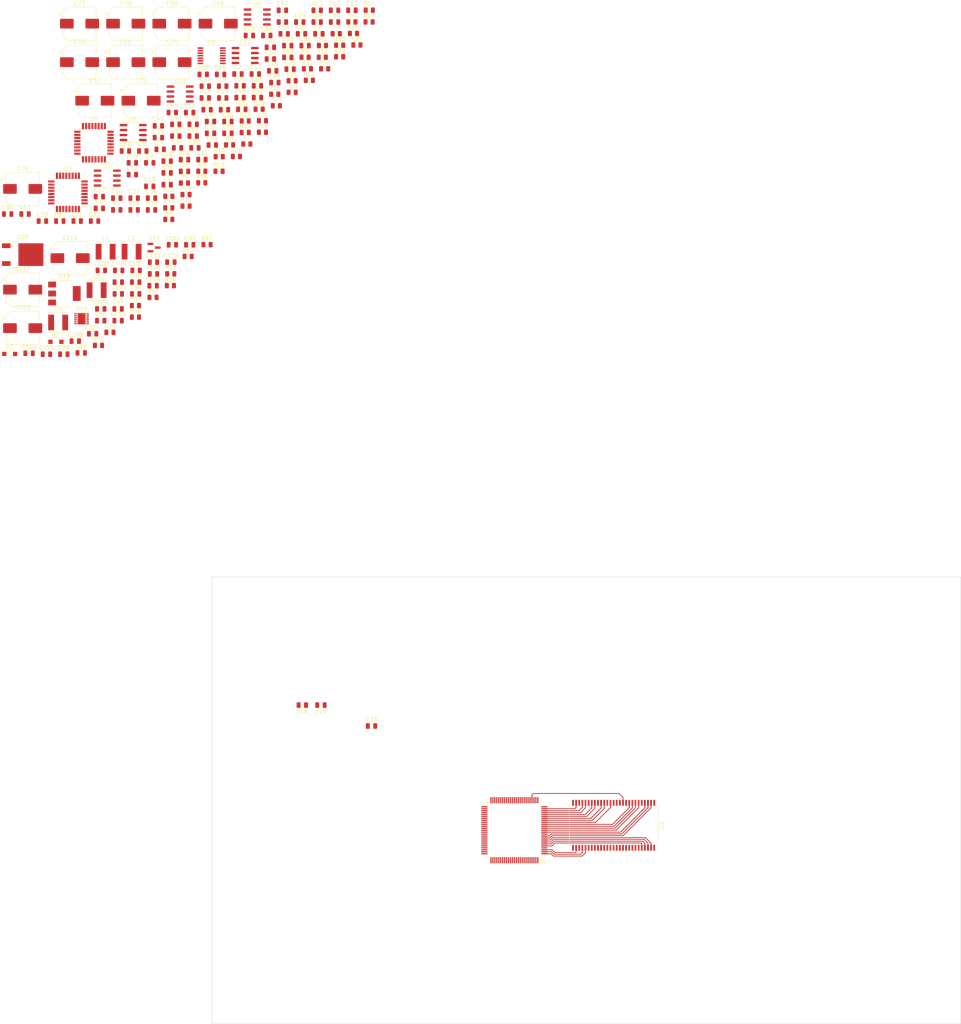
<source format=kicad_pcb>
(kicad_pcb (version 20211014) (generator pcbnew)
  (layers (0 "F.Cu" signal) (1 "In1.Cu" signal) (2 "In2.Cu" signal) (31 "B.Cu" signal) (34 "B.Paste" user) (35 "F.Paste" user) (36 "B.SilkS" user "B.Silkscreen") (37 "F.SilkS" user "F.Silkscreen") (38 "B.Mask" user) (39 "F.Mask" user) (44 "Edge.Cuts" user))
  (net 0 "")
  (net 1 "+3V3")
  (net 2 "GND")
  (net 3 "Net-(C7-Pad1)")
  (net 4 "Net-(C8-Pad1)")
  (net 5 "Net-(C9-Pad2)")
  (net 6 "Net-(C10-Pad2)")
  (net 7 "Net-(C11-Pad2)")
  (net 8 "Net-(C12-Pad2)")
  (net 9 "+1V2")
  (net 10 "SW_StartPause")
  (net 11 "SW_Stop")
  (net 12 "+5VA")
  (net 13 "Net-(C31-Pad1)")
  (net 14 "Net-(C31-Pad2)")
  (net 15 "SW_Reverse")
  (net 16 "SW_Restart")
  (net 17 "Net-(C34-Pad2)")
  (net 18 "Net-(C42-Pad1)")
  (net 19 "Net-(C42-Pad2)")
  (net 20 "Net-(C44-Pad1)")
  (net 21 "SW_LoopIn")
  (net 22 "SW_LoopOut")
  (net 23 "ADC_LIN")
  (net 24 "Net-(C50-Pad2)")
  (net 25 "ADC_RIN")
  (net 26 "Net-(C51-Pad2)")
  (net 27 "Net-(C52-Pad1)")
  (net 28 "Net-(C52-Pad2)")
  (net 29 "SW_LoopInc")
  (net 30 "SW_LoopDec")
  (net 31 "Net-(C56-Pad1)")
  (net 32 "Net-(C57-Pad1)")
  (net 33 "Net-(C57-Pad2)")
  (net 34 "+12V")
  (net 35 "-12V")
  (net 36 "XIN")
  (net 37 "XOUT")
  (net 38 "Net-(C68-Pad1)")
  (net 39 "Net-(C69-Pad1)")
  (net 40 "Net-(C70-Pad2)")
  (net 41 "Net-(C71-Pad1)")
  (net 42 "Net-(C72-Pad2)")
  (net 43 "Net-(C73-Pad1)")
  (net 44 "Net-(C74-Pad2)")
  (net 45 "Net-(C75-Pad2)")
  (net 46 "Net-(C76-Pad2)")
  (net 47 "Net-(C77-Pad2)")
  (net 48 "Net-(C78-Pad2)")
  (net 49 "Net-(C79-Pad2)")
  (net 50 "Net-(C80-Pad1)")
  (net 51 "LOUT")
  (net 52 "Net-(C81-Pad1)")
  (net 53 "ROUT")
  (net 54 "Net-(C82-Pad1)")
  (net 55 "Net-(C83-Pad1)")
  (net 56 "Net-(C92-Pad1)")
  (net 57 "VBUS")
  (net 58 "Net-(C95-Pad1)")
  (net 59 "Net-(C95-Pad2)")
  (net 60 "Net-(C96-Pad1)")
  (net 61 "Net-(C96-Pad2)")
  (net 62 "IN")
  (net 63 "Net-(C100-Pad1)")
  (net 64 "Net-(C101-Pad1)")
  (net 65 "+5V")
  (net 66 "Net-(D2-Pad1)")
  (net 67 "Net-(D2-Pad2)")
  (net 68 "Net-(D3-Pad1)")
  (net 69 "Net-(D3-Pad2)")
  (net 70 "Net-(R1-Pad1)")
  (net 71 "LAUX_OUT")
  (net 72 "Net-(R3-Pad1)")
  (net 73 "RAUX_OUT")
  (net 74 "Net-(R8-Pad1)")
  (net 75 "Net-(R9-Pad1)")
  (net 76 "Net-(J3-PadT)")
  (net 77 "Net-(J3-PadR)")
  (net 78 "Net-(J4-PadT)")
  (net 79 "Net-(J4-PadR)")
  (net 80 "Net-(J5-PadT)")
  (net 81 "Net-(J5-PadR)")
  (net 82 "EN")
  (net 83 "Net-(D4-Pad2)")
  (net 84 "Net-(D5-Pad2)")
  (net 85 "/DQ0")
  (net 86 "/DQ1")
  (net 87 "/DQ9")
  (net 88 "/DQ10")
  (net 89 "/DQ2")
  (net 90 "/DQ11")
  (net 91 "/DQ15")
  (net 92 "/DQ13")
  (net 93 "/DQ12")
  (net 94 "/DQ14")
  (net 95 "/DQ3")
  (net 96 "/DQ4")
  (net 97 "/DQ5")
  (net 98 "/DQ6")
  (net 99 "/DQ7")
  (net 100 "/DQ8")
  (net 101 "/RAS")
  (net 102 "/CAS")
  (net 103 "/WE")
  (net 104 "/LDQM")
  (net 105 "/UDQM")
  (net 106 "/CLK")
  (net 107 "ADC_CH_SCK")
  (net 108 "4C4_JTAG_TDI")
  (net 109 "4C4_JTAG_TCK")
  (net 110 "4C4_JTAG_TMS")
  (net 111 "4C4_JTAG_TDO")
  (net 119 "RESET")
  (net 120 "DAC_CH_SCK")
  (net 121 "DAC_CH_MOSI")
  (net 122 "DAC_CH_MISO")
  (net 123 "DAC_CH_CS_0")
  (net 124 "/CS")
  (net 125 "/BA1")
  (net 126 "/BA0")
  (net 127 "ADC_CH_MISO")
  (net 128 "/A0")
  (net 129 "/A10")
  (net 130 "/A11")
  (net 131 "/A12")
  (net 132 "/A2")
  (net 133 "/A3")
  (net 134 "/A4")
  (net 135 "/A5")
  (net 136 "/A6")
  (net 137 "/A7")
  (net 138 "/A8")
  (net 139 "/A9")
  (net 141 "ADC_CH_CS_0")
  (net 142 "/A1")
  (net 143 "/CKE")
  (net 148 "ADC_CH_MOSI")
  (net 151 "ADC_CH_CS_1")
  (net 152 "ADC_CH_CS_2")
  (net 153 "ADC_CH_CS_3")
  (net 154 "ADC_CH_CS_4")
  (net 155 "ADC_I2S_SD")
  (net 156 "ADC_I2S_MCK")
  (net 157 "ADC_I2S_SCK")
  (net 158 "ADC_I2S_FS")
  (net 160 "ADC_SPI_CS")
  (net 161 "ADC_SPI_SCK")
  (net 162 "ADC_SPI_MOSI")
  (net 168 "~{RESET}")
  (net 170 "ADC_JTAG_TCK")
  (net 171 "ADC_JTAG_TMS")
  (net 176 "DAC_I2S_SD")
  (net 177 "DAC_I2S_MCK")
  (net 178 "DAC_I2S_SCK")
  (net 179 "DAC_I2S_FS")
  (net 181 "DAC_SPI_CS")
  (net 182 "DAC_SPI_SCK")
  (net 183 "DAC_SPI_MOSI")
  (net 190 "DAC_JTAG_TCK")
  (net 191 "DAC_JTAG_TMS")
  (net 192 "DAC_LOUT")
  (net 193 "DAC_ROUT")
  (footprint "Resistor_SMD:R_0805_2012Metric" (layer "F.Cu") (at 101.71 -97.03)
    (fp_text reference "R2")
    (fp_text value "10K")
  )
  (footprint "Capacitor_SMD:C_0805_2012Metric" (layer "F.Cu") (at 96.83 -103.02)
    (fp_text reference "C13")
    (fp_text value "10uF")
  )
  (footprint "Capacitor_SMD:CP_Elec_8x10" (layer "F.Cu") (at 21.425 -21.73)
    (fp_text reference "C103")
    (fp_text value "220uF")
  )
  (footprint "Capacitor_SMD:C_0805_2012Metric" (layer "F.Cu") (at 96.83 -100.01)
    (fp_text reference "C69")
    (fp_text value "100pF")
  )
  (footprint "Diode_SMD:D_SOD-123F" (layer "F.Cu") (at 18.125 -15.13)
    (fp_text reference "D3")
    (fp_text value "?")
  )
  (footprint "Capacitor_SMD:C_0805_2012Metric" (layer "F.Cu") (at 58.42 -61.43)
    (fp_text reference "C38")
    (fp_text value "1uF")
  )
  (footprint "Resistor_SMD:R_0805_2012Metric" (layer "F.Cu") (at 58.85 -52.49)
    (fp_text reference "R33")
    (fp_text value "10K")
  )
  (footprint "Capacitor_SMD:C_0805_2012Metric" (layer "F.Cu") (at 61.08 -67.84)
    (fp_text reference "C47")
    (fp_text value "0.1uF")
  )
  (footprint "Resistor_SMD:R_0805_2012Metric" (layer "F.Cu") (at 82.82 -71.82)
    (fp_text reference "R29")
    (fp_text value "10K")
  )
  (footprint "Capacitor_SMD:C_0805_2012Metric" (layer "F.Cu") (at 97.79 74.676)
    (fp_text reference "C15")
    (fp_text value "10uF")
  )
  (footprint "Capacitor_SMD:C_0805_2012Metric" (layer "F.Cu") (at 49.52 -61)
    (fp_text reference "C11")
    (fp_text value "C")
  )
  (footprint "Capacitor_SMD:C_0805_2012Metric" (layer "F.Cu") (at 110.744 80.01)
    (fp_text reference "C23")
    (fp_text value "10uF")
  )
  (footprint "Package_TO_SOT_SMD:SOT-223-3_TabPin2" (layer "F.Cu") (at 32.12 -30.58)
    (fp_text reference "U19")
    (fp_text value "AP7361C-33E")
  )
  (footprint "Capacitor_SMD:C_0805_2012Metric" (layer "F.Cu") (at 87.93 -100.01)
    (fp_text reference "C3")
    (fp_text value "0.1uF")
  )
  (footprint "Capacitor_SMD:C_0805_2012Metric" (layer "F.Cu") (at 53.97 -57.99)
    (fp_text reference "C19")
    (fp_text value "0.1uF")
  )
  (footprint "Capacitor_SMD:CP_Elec_8x10" (layer "F.Cu") (at 71.485 -99.6)
    (fp_text reference "C42")
    (fp_text value "220uF")
  )
  (footprint "Capacitor_SMD:CP_Elec_8x10" (layer "F.Cu") (at 47.825 -99.6)
    (fp_text reference "C79")
    (fp_text value "220uF")
  )
  (footprint "Resistor_SMD:R_0805_2012Metric" (layer "F.Cu") (at 102.59 -91.13)
    (fp_text reference "R25")
    (fp_text value "100K")
  )
  (footprint "Inductor_SMD:L_Taiyo-Yuden_NR-50xx" (layer "F.Cu") (at 42.67 -41.28)
    (fp_text reference "L1")
    (fp_text value "50uH")
  )
  (footprint "Capacitor_SMD:C_0805_2012Metric" (layer "F.Cu") (at 41.07 -55.37)
    (fp_text reference "C17")
    (fp_text value "0.1uF")
  )
  (footprint "Capacitor_SMD:C_0805_2012Metric" (layer "F.Cu") (at 45.92 -30.48)
    (fp_text reference "C115")
    (fp_text value "10uF")
  )
  (footprint "Capacitor_SMD:C_0805_2012Metric" (layer "F.Cu") (at 56.18 -70.46)
    (fp_text reference "C73")
    (fp_text value "100pF")
  )
  (footprint "Capacitor_SMD:C_0805_2012Metric" (layer "F.Cu") (at 79.48 -96.57)
    (fp_text reference "C28")
    (fp_text value "0.1uF")
  )
  (footprint "Resistor_SMD:R_0805_2012Metric" (layer "F.Cu") (at 98.74 -88.06)
    (fp_text reference "R32")
    (fp_text value "10K")
  )
  (footprint "Inductor_SMD:L_Taiyo-Yuden_NR-50xx" (layer "F.Cu") (at 30.52 -23.18)
    (fp_text reference "L4")
    (fp_text value "L")
  )
  (footprint "Capacitor_SMD:C_0805_2012Metric" (layer "F.Cu") (at 93.75 -93.99)
    (fp_text reference "C56")
    (fp_text value "10uF")
  )
  (footprint "Capacitor_SMD:C_0805_2012Metric" (layer "F.Cu") (at 72.64 -80.6)
    (fp_text reference "C64")
    (fp_text value "10uF")
  )
  (footprint "Resistor_SMD:R_0805_2012Metric" (layer "F.Cu") (at 67.3 -58.9)
    (fp_text reference "R36")
    (fp_text value "10K")
  )
  (footprint "Package_TO_SOT_SMD:TO-252-2" (layer "F.Cu") (at 21.44 -40.53)
    (fp_text reference "U18")
    (fp_text value "?")
  )
  (footprint "Resistor_SMD:R_0805_2012Metric" (layer "F.Cu") (at 93.73 -91.01)
    (fp_text reference "R5")
    (fp_text value "10K")
  )
  (footprint "Capacitor_SMD:C_0805_2012Metric" (layer "F.Cu") (at 17.59 -50.91)
    (fp_text reference "C86")
    (fp_text value "10uF")
  )
  (footprint "Resistor_SMD:R_0805_2012Metric" (layer "F.Cu") (at 63.8 -40.07)
    (fp_text reference "R45")
    (fp_text value "1K")
  )
  (footprint "Resistor_SMD:R_0805_2012Metric" (layer "F.Cu") (at 67.3 -61.85)
    (fp_text reference "R3")
    (fp_text value "10K")
  )
  (footprint "Capacitor_SMD:C_0805_2012Metric" (layer "F.Cu") (at 59.74 -76.87)
    (fp_text reference "C84")
    (fp_text value "10uF")
  )
  (footprint "Capacitor_SMD:C_0805_2012Metric" (layer "F.Cu") (at 54.82 -32.58)
    (fp_text reference "C109")
    (fp_text value "0.1uF")
  )
  (footprint "Diode_SMD:D_SOD-123F" (layer "F.Cu") (at 29.955 -18.23)
    (fp_text reference "D2")
    (fp_text value "?")
  )
  (footprint "Capacitor_SMD:C_0805_2012Metric" (layer "F.Cu") (at 81.54 -80.7)
    (fp_text reference "C37")
    (fp_text value "10uF")
  )
  (footprint "Capacitor_SMD:C_0805_2012Metric" (layer "F.Cu") (at 73.09 -77.59)
    (fp_text reference "C7")
    (fp_text value "1uF")
  )
  (footprint "Capacitor_SMD:C_0805_2012Metric" (layer "F.Cu") (at 39.84 -49.11)
    (fp_text reference "C31")
    (fp_text value "100pF")
  )
  (footprint "Capacitor_SMD:C_0805_2012Metric" (layer "F.Cu") (at 65.08 -70.85)
    (fp_text reference "C63")
    (fp_text value "14pF")
  )
  (footprint "Capacitor_SMD:C_0805_2012Metric" (layer "F.Cu") (at 101.28 -103.02)
    (fp_text reference "C88")
    (fp_text value "0.1uF")
  )
  (footprint "Capacitor_SMD:C_0805_2012Metric" (layer "F.Cu") (at 26.49 -49.11)
    (fp_text reference "C39")
    (fp_text value "0.1uF")
  )
  (footprint "Capacitor_SMD:CP_Elec_8x10" (layer "F.Cu") (at 33.575 -39.63)
    (fp_text reference "C116")
    (fp_text value "220uF")
  )
  (footprint "Resistor_SMD:R_0805_2012Metric" (layer "F.Cu") (at 105.71 -100.04)
    (fp_text reference "R4")
    (fp_text value "10K")
  )
  (footprint "Capacitor_SMD:C_0805_2012Metric" (layer "F.Cu") (at 45.52 -54.98)
    (fp_text reference "C46")
    (fp_text value "0.1uF")
  )
  (footprint "Capacitor_SMD:C_0805_2012Metric" (layer "F.Cu") (at 52.18 -67.02)
    (fp_text reference "C35")
    (fp_text value "0.1uF")
  )
  (footprint "Capacitor_SMD:C_0805_2012Metric" (layer "F.Cu") (at 81 -86.72)
    (fp_text reference "C33")
    (fp_text value "0.1uF")
  )
  (footprint "Capacitor_SMD:C_0805_2012Metric" (layer "F.Cu") (at 53.97 -64.01)
    (fp_text reference "C9")
    (fp_text value "C")
  )
  (footprint "Capacitor_SMD:C_0805_2012Metric" (layer "F.Cu") (at 67.32 -64.83)
    (fp_text reference "C72")
    (fp_text value "100pF")
  )
  (footprint "Capacitor_SMD:C_0805_2012Metric" (layer "F.Cu") (at 39.35 -20.3)
    (fp_text reference "C114")
    (fp_text value "10uF")
  )
  (footprint "Resistor_SMD:R_0805_2012Metric" (layer "F.Cu") (at 50.3 -27.5)
    (fp_text reference "R37")
    (fp_text value "124K")
  )
  (footprint "Resistor_SMD:R_0805_2012Metric" (layer "F.Cu") (at 76.16 -65.64)
    (fp_text reference "R28")
    (fp_text value "100K")
  )
  (footprint "Package_TO_SOT_SMD:SOT-23" (layer "F.Cu") (at 55.09 -42.33)
    (fp_text reference "U17")
    (fp_text value "?")
  )
  (footprint "Capacitor_SMD:C_0805_2012Metric" (layer "F.Cu") (at 68.19 -83.61)
    (fp_text reference "C53")
    (fp_text value "0.1uF")
  )
  (footprint "Capacitor_SMD:C_0805_2012Metric" (layer "F.Cu") (at 60.63 -70.85)
    (fp_text reference "C65")
    (fp_text value "10uF")
  )
  (footprint "Capacitor_SMD:CP_Elec_8x10" (layer "F.Cu") (at 59.655 -89.75)
    (fp_text reference "C74")
    (fp_text value "220uF")
  )
  (footprint "Package_QFP:TQFP-32_7x7mm_P0.8mm" (layer "F.Cu") (at 39.68 -69.15)
    (fp_text reference "U4")
    (fp_text value "ATSAMD21E17D-A")
  )
  (footprint "Capacitor_SMD:C_0805_2012Metric" (layer "F.Cu") (at 58.42 -64.44)
    (fp_text reference "C29")
    (fp_text value "0.1uF")
  )
  (footprint "Capacitor_SMD:C_0805_2012Metric" (layer "F.Cu") (at 64.19 -76.87)
    (fp_text reference "C12")
    (fp_text value "C")
  )
  (footprint "Capacitor_SMD:C_0805_2012Metric" (layer "F.Cu") (at 77.09 -83.71)
    (fp_text reference "C22")
    (fp_text value "0.1uF")
  )
  (footprint "Resistor_SMD:R_0805_2012Metric" (layer "F.Cu") (at 94.83 -85.11)
    (fp_text reference "R12")
    (fp_text value "1K")
  )
  (footprint "Capacitor_SMD:C_0805_2012Metric" (layer "F.Cu") (at 69.53 -71.57)
    (fp_text reference "C71")
    (fp_text value "100pF")
  )
  (footprint "Resistor_SMD:R_0805_2012Metric" (layer "F.Cu") (at 82.82 -74.77)
    (fp_text reference "R34")
    (fp_text value "10K")
  )
  (footprint "Capacitor_SMD:C_0805_2012Metric" (layer "F.Cu") (at 68.64 -77.59)
    (fp_text reference "C34")
    (fp_text value "10uF")
  )
  (footprint "Resistor_SMD:R_0805_2012Metric" (layer "F.Cu") (at 90.42 -82.04)
    (fp_text reference "R20")
    (fp_text value "100R")
  )
  (footprint "Capacitor_SMD:C_0805_2012Metric" (layer "F.Cu") (at 45.52 -51.97)
    (fp_text reference "C5")
    (fp_text value "0.1uF")
  )
  (footprint "Resistor_SMD:R_0805_2012Metric" (layer "F.Cu") (at 58.85 -55.44)
    (fp_text reference "R22")
    (fp_text value "220K")
  )
  (footprint "Capacitor_SMD:C_0805_2012Metric" (layer "F.Cu") (at 88.38 -97)
    (fp_text reference "C54")
    (fp_text value "0.1uF")
  )
  (footprint "Capacitor_SMD:C_0805_2012Metric" (layer "F.Cu") (at 69.98 -68.56)
    (fp_text reference "C44")
    (fp_text value "10uF")
  )
  (footprint "Capacitor_SMD:C_0805_2012Metric" (layer "F.Cu") (at 54.42 -51.97)
    (fp_text reference "C40")
    (fp_text value "0.1uF")
  )
  (footprint "Resistor_SMD:R_0805_2012Metric" (layer "F.Cu") (at 98.18 -94.02)
    (fp_text reference "R1")
    (fp_text value "10K")
  )
  (footprint "Package_SO:SOIC-8_3.9x4.9mm_P1.27mm" (layer "F.Cu") (at 78.4 -91.45)
    (fp_text reference "U12")
    (fp_text value "NE5532")
  )
  (footprint "Capacitor_SMD:C_0805_2012Metric" (layer "F.Cu") (at 45.87 -23.64)
    (fp_text reference "C113")
    (fp_text value "10uF")
  )
  (footprint "Resistor_SMD:R_0805_2012Metric" (layer "F.Cu") (at 98.14 -91.01)
    (fp_text reference "R17")
    (fp_text value "100R")
  )
  (footprint "Resistor_SMD:R_0805_2012Metric" (layer "F.Cu") (at 50.3 -24.55)
    (fp_text reference "R40")
    (fp_text value "1K")
  )
  (footprint "Capacitor_SMD:C_0805_2012Metric" (layer "F.Cu") (at 87.93 -103.02)
    (fp_text reference "C87")
    (fp_text value "10uF")
  )
  (footprint "Capacitor_SMD:CP_Elec_8x10" (layer "F.Cu") (at 21.425 -31.58)
    (fp_text reference "C117")
    (fp_text value "220uF")
  )
  (footprint "Capacitor_SMD:C_0805_2012Metric" (layer "F.Cu") (at 76.55 -86.72)
    (fp_text reference "C2")
    (fp_text value "10uF")
  )
  (footprint "Capacitor_SMD:C_0805_2012Metric" (layer "F.Cu") (at 41.42 -26.65)
    (fp_text reference "C100")
    (fp_text value "10uF")
  )
  (footprint "Capacitor_SMD:C_0805_2012Metric" (layer "F.Cu") (at 81.54 -83.71)
    (fp_text reference "C61")
    (fp_text value "0.1uF")
  )
  (footprint "Capacitor_SMD:CP_Elec_8x10" (layer "F.Cu") (at 35.995 -89.75)
    (fp_text reference "C76")
    (fp_text value "220uF")
  )
  (footprint "Capacitor_SMD:CP_Elec_8x10" (layer "F.Cu") (at 39.915 -79.9)
    (fp_text reference "C57")
    (fp_text value "220uF")
  )
  (footprint "Capacitor_SMD:C_0805_2012Metric" (layer "F.Cu") (at 31.97 -15.05)
    (fp_text reference "C99")
    (fp_text value "0.1uF")
  )
  (footprint "Resistor_SMD:R_0805_2012Metric" (layer "F.Cu") (at 110.16 -103.05)
    (fp_text reference "R15")
    (fp_text value "100R")
  )
  (footprint "Capacitor_SMD:C_0805_2012Metric" (layer "F.Cu") (at 72.64 -83.61)
    (fp_text reference "C8")
    (fp_text value "1uF")
  )
  (footprint "Package_SO:SOIC-8_3.9x4.9mm_P1.27mm" (layer "F.Cu") (at 43.07 -60.1)
    (fp_text reference "U7")
    (fp_text value "NE5532")
  )
  (footprint "Resistor_SMD:R_0805_2012Metric" (layer "F.Cu") (at 74.41 -68.59)
    (fp_text reference "R9")
    (fp_text value "10K")
  )
  (footprint "Resistor_SMD:R_0805_2012Metric" (layer "F.Cu") (at 78.41 -74.71)
    (fp_text reference "R19")
    (fp_text value "100R")
  )
  (footprint "Capacitor_SMD:C_0805_2012Metric" (layer "F.Cu") (at 41.57 -36.5)
    (fp_text reference "C107")
    (fp_text value "10nF")
  )
  (footprint "Capacitor_SMD:C_0805_2012Metric" (layer "F.Cu") (at 56.18 -73.47)
    (fp_text reference "C43")
    (fp_text value "0.1uF")
  )
  (footprint "Resistor_SMD:R_0805_2012Metric" (layer "F.Cu") (at 81.97 -77.72)
    (fp_text reference "R30")
    (fp_text value "10K")
  )
  (footprint "Capacitor_SMD:C_0805_2012Metric" (layer "F.Cu") (at 36.42 -15.39)
    (fp_text reference "C95")
    (fp_text value "100pF")
  )
  (footprint "Resistor_SMD:R_0805_2012Metric" (layer "F.Cu") (at 78.82 -68.81)
    (fp_text reference "R7")
    (fp_text value "68R")
  )
  (footprint "Capacitor_SMD:CP_Elec_8x10" (layer "F.Cu") (at 59.655 -99.6)
    (fp_text reference "C50")
    (fp_text value "220uF")
  )
  (footprint "Package_DFN_QFN:DFN-12-1EP_3x3mm_P0.5mm_EP2.05x2.86mm" (layer "F.Cu") (at 36.52 -24.13)
    (fp_text reference "U15")
    (fp_text value "R1283K")
  )
  (footprint "Resistor_SMD:R_0805_2012Metric" (layer "F.Cu") (at 59.25 -32.61)
    (fp_text reference "R38")
    (fp_text value "113K")
  )
  (footprint "Capacitor_SMD:C_0805_2012Metric" (layer "F.Cu") (at 54.42 -54.98)
    (fp_text reference "C16")
    (fp_text value "0.1uF")
  )
  (footprint "Capacitor_SMD:C_0805_2012Metric" (layer "F.Cu") (at 46.02 -36.5)
    (fp_text reference "C106")
    (fp_text value "10nF")
  )
  (footprint "Capacitor_SMD:C_0805_2012Metric" (layer "F.Cu") (at 92.38 -100.01)
    (fp_text reference "C55")
    (fp_text value "0.1uF")
  )
  (footprint "Capacitor_SMD:C_0805_2012Metric" (layer "F.Cu") (at 73.98 -71.57)
    (fp_text reference "C30")
    (fp_text value "0.1uF")
  )
  (footprint "Capacitor_SMD:C_0805_2012Metric" (layer "F.Cu") (at 84.85 -90.55)
    (fp_text reference "C20")
    (fp_text value "0.1uF")
  )
  (footprint "Capacitor_SMD:C_0805_2012Metric" (layer "F.Cu") (at 92.83 -97)
    (fp_text reference "C91")
    (fp_text value "0.1uF")
  )
  (footprint "Resistor_SMD:R_0805_2012Metric" (layer "F.Cu") (at 107 -94.14)
    (fp_text reference "R27")
    (fp_text value "100K")
  )
  (footprint "Capacitor_SMD:C_0805_2012Metric" (layer "F.Cu") (at 85.99 -84.53)
    (fp_text reference "C89")
    (fp_text value "0.1uF")
  )
  (footprint "Capacitor_SMD:C_0805_2012Metric" (layer "F.Cu") (at 62.87 -61.82)
    (fp_text reference "C90")
    (fp_text value "0.1uF")
  )
  (footprint "Capacitor_SMD:C_0805_2012Metric" (layer "F.Cu") (at 41.42 -23.64)
    (fp_text reference "C96")
    (fp_text value "100pF")
  )
  (footprint "Capacitor_SMD:C_0805_2012Metric" (layer "F.Cu") (at 83.93 -96.57)
    (fp_text reference "C81")
    (fp_text value "27pF")
  )
  (footprint "Resistor_SMD:R_0805_2012Metric" (layer "F.Cu") (at 59.35 -35.62)
    (fp_text reference "R43")
    (fp_text value "500K")
  )
  (footprint "Capacitor_SMD:C_0805_2012Metric" (layer "F.Cu") (at 56.63 -67.45)
    (fp_text reference "C4")
    (fp_text value "0.1uF")
  )
  (footprint "Resistor_SMD:R_0805_2012Metric" (layer "F.Cu") (at 90.42 -84.99)
    (fp_text reference "R21")
    (fp_text value "220K")
  )
  (footprint "Resistor_SMD:R_0805_2012Metric" (layer "F.Cu") (at 68.64 -43.08)
    (fp_text reference "R41")
    (fp_text value "10K")
  )
  (footprint "Capacitor_SMD:C_0805_2012Metric" (layer "F.Cu") (at 73.98 -74.58)
    (fp_text reference "C36")
    (fp_text value "0.1uF")
  )
  (footprint "Capacitor_SMD:C_0805_2012Metric" (layer "F.Cu") (at 105.73 -103.02)
    (fp_text reference "C82")
    (fp_text value "27pF")
  )
  (footprint "Resistor_SMD:R_0805_2012Metric" (layer "F.Cu") (at 78.41 -71.76)
    (fp_text reference "R35")
    (fp_text value "10K")
  )
  (footprint "Capacitor_SMD:C_0805_2012Metric" (layer "F.Cu") (at 64.21 -43.05)
    (fp_text reference "C93")
    (fp_text value "1nF")
  )
  (footprint "Resistor_SMD:R_0805_2012Metric" (layer "F.Cu") (at 62.85 -58.84)
    (fp_text reference "R6")
    (fp_text value "1K")
  )
  (footprint "Capacitor_SMD:C_0805_2012Metric" (layer "F.Cu") (at 34.9 -18.4)
    (fp_text reference "C108")
    (fp_text value "0.1uF")
  )
  (footprint "Package_SO:SOIC-8_3.9x4.9mm_P1.27mm" (layer "F.Cu") (at 81.48 -101.3)
    (fp_text reference "U9")
    (fp_text value "NE5532")
  )
  (footprint "Capacitor_SMD:C_0805_2012Metric" (layer "F.Cu") (at 30.94 -49.11)
    (fp_text reference "C85")
    (fp_text value "10uF")
  )
  (footprint "Capacitor_SMD:C_0805_2012Metric" (layer "F.Cu") (at 69.53 -74.58)
    (fp_text reference "C67")
    (fp_text value "0.1uF")
  )
  (footprint "Capacitor_SMD:CP_Elec_8x10" (layer "F.Cu") (at 51.745 -79.9)
    (fp_text reference "C75")
    (fp_text value "220uF")
  )
  (footprint "Package_QFP:LQFP-100_14x14mm_P0.5mm" (layer "F.Cu") (at 147.32 106.68 180)
    (fp_text reference "U1")
    (fp_text value "ATSAM4C4")
  )
  (footprint "Capacitor_SMD:C_0805_2012Metric" (layer "F.Cu") (at 65.53 -67.84)
    (fp_text reference "C83")
    (fp_text value "27pF")
  )
  (footprint "Capacitor_SMD:C_0805_2012Metric" (layer "F.Cu") (at 93.03 74.676)
    (fp_text reference "C18")
    (fp_text value "0.1uF")
  )
  (footprint "Capacitor_SMD:C_0805_2012Metric" (layer "F.Cu") (at 47.73 -67.02)
    (fp_text reference "C58")
    (fp_text value "10uF")
  )
  (footprint "Capacitor_SMD:C_0805_2012Metric" (layer "F.Cu") (at 49.97 -51.97)
    (fp_text reference "C52")
    (fp_text value "100pF")
  )
  (footprint "Capacitor_SMD:C_0805_2012Metric" (layer "F.Cu") (at 23.07 -15.3)
    (fp_text reference "C102")
    (fp_text value "0.1uF")
  )
  (footprint "Capacitor_SMD:C_0805_2012Metric" (layer "F.Cu") (at 101.28 -100.01)
    (fp_text reference "C80")
    (fp_text value "27pF")
  )
  (footprint "Capacitor_SMD:C_0805_2012Metric" (layer "F.Cu") (at 60.63 -73.86)
    (fp_text reference "C49")
    (fp_text value "10uF")
  )
  (footprint "Capacitor_SMD:CP_Elec_8x10" (layer "F.Cu") (at 35.995 -99.6)
    (fp_text reference "C77")
    (fp_text value "220uF")
  )
  (footprint "Capacitor_SMD:C_0805_2012Metric" (layer "F.Cu") (at 54.92 -38.6)
    (fp_text reference "C111")
    (fp_text value "1uF")
  )
  (footprint "Capacitor_SMD:C_0805_2012Metric" (layer "F.Cu") (at 65.08 -73.86)
    (fp_text reference "C10")
    (fp_text value "C")
  )
  (footprint "Capacitor_SMD:C_0805_2012Metric" (layer "F.Cu") (at 50.47 -36.5)
    (fp_text reference "C105")
    (fp_text value "1nF")
  )
  (footprint "Capacitor_SMD:C_0805_2012Metric" (layer "F.Cu") (at 77.54 -77.69)
    (fp_text reference "C25")
    (fp_text value "0.1uF")
  )
  (footprint "Resistor_SMD:R_0805_2012Metric" (layer "F.Cu") (at 94.33 -88.06)
    (fp_text reference "R11")
    (fp_text value "10K")
  )
  (footprint "Capacitor_SMD:C_0805_2012Metric" (layer "F.Cu") (at 59.76 -43.05)
    (fp_text reference "C104")
    (fp_text value "1nF")
  )
  (footprint "Capacitor_SMD:C_0805_2012Metric" (layer "F.Cu") (at 67.65 -86.62)
    (fp_text reference "C66")
    (fp_text value "0.1uF")
  )
  (footprint "Capacitor_SMD:C_0805_2012Metric" (layer "F.Cu") (at 22.04 -50.91)
    (fp_text reference "C14")
    (fp_text value "10uF")
  )
  (footprint "Resistor_SMD:R_0805_2012Metric" (layer "F.Cu") (at 85.97 -81.55)
    (fp_text reference "R16")
    (fp_text value "100R")
  )
  (footprint "Capacitor_SMD:C_0805_2012Metric" (layer "F.Cu") (at 72.1 -86.62)
    (fp_text reference "C26")
    (fp_text value "0.1uF")
  )
  (footprint "Resistor_SMD:R_0805_2012Metric" (layer "F.Cu") (at 110.12 -100.04)
    (fp_text reference "R10")
    (fp_text value "22K")
  )
  (footprint "Resistor_SMD:R_0805_2012Metric" (layer "F.Cu") (at 54.8 -29.6)
    (fp_text reference "R44")
    (fp_text value "1K")
  )
  (footprint "Capacitor_SMD:C_0805_2012Metric" (layer "F.Cu") (at 49.97 -54.98)
    (fp_text reference "C32")
    (fp_text value "0.1uF")
  )
  (footprint "Resistor_SMD:R_0805_2012Metric" (layer "F.Cu") (at 43.78 -20.66)
    (fp_text reference "R39")
    (fp_text value "1K")
  )
  (footprint "Capacitor_SMD:C_0805_2012Metric" (layer "F.Cu") (at 85.45 -87.54)
    (fp_text reference "C45")
    (fp_text value "1uF")
  )
  (footprint "Resistor_SMD:R_0805_2012Metric" (layer "F.Cu") (at 58.85 -49.54)
    (fp_text reference "R8")
    (fp_text value "10K")
  )
  (footprint "Capacitor_SMD:C_0805_2012Metric" (layer "F.Cu") (at 97.28 -97)
    (fp_text reference "C27")
    (fp_text value "10uF")
  )
  (footprint "Resistor_SMD:R_0805_2012Metric" (layer "F.Cu") (at 63.26 -52.94)
    (fp_text reference "R31")
    (fp_text value "10K")
  )
  (footprint "Capacitor_SMD:C_0805_2012Metric" (layer "F.Cu") (at 27.52 -15.05)
    (fp_text reference "C110")
    (fp_text value "1uF")
  )
  (footprint "Resistor_SMD:R_0805_2012Metric" (layer "F.Cu") (at 102.59 -94.08)
    (fp_text reference "R23")
    (fp_text value "100K")
  )
  (footprint "Capacitor_SMD:C_0805_2012Metric" (layer "F.Cu") (at 45.87 -26.65)
    (fp_text reference "C97")
    (fp_text value "10uF")
  )
  (footprint "Resistor_SMD:R_0805_2012Metric" (layer "F.Cu") (at 71.75 -65.58)
    (fp_text reference "R18")
    (fp_text value "100R")
  )
  (footprint "Package_QFP:TQFP-32_7x7mm_P0.8mm" (layer "F.Cu") (at 33.02 -56.44)
    (fp_text reference "U3")
    (fp_text value "ATSAMD21E17D-A")
  )
  (footprint "Resistor_SMD:R_0805_2012Metric" (layer "F.Cu") (at 71.71 -61.85)
    (fp_text reference "R13")
    (fp_text value "68R")
  )
  (footprint "Capacitor_SMD:C_0805_2012Metric" (layer "F.Cu") (at 41.07 -52.36)
    (fp_text reference "C6")
    (fp_text value "0.1uF")
  )
  (footprint "Capacitor_SMD:CP_Elec_8x10" (layer "F.Cu") (at 21.425 -57.34)
    (fp_text reference "C78")
    (fp_text value "220uF")
  )
  (footprint "Capacitor_SMD:C_0805_2012Metric" (layer "F.Cu") (at 35.39 -49.11)
    (fp_text reference "C21")
    (fp_text value "10uF")
  )
  (footprint "Inductor_SMD:L_Taiyo-Yuden_NR-50xx" (layer "F.Cu") (at 40.37 -31.43)
    (fp_text reference "L3")
    (fp_text value "L")
  )
  (footprint "Capacitor_SMD:C_0805_2012Metric" (layer "F.Cu") (at 50.37 -33.49)
    (fp_text reference "C98")
    (fp_text value "0.1uF")
  )
  (footprint "Capacitor_SMD:C_0805_2012Metric" (layer "F.Cu") (at 84.85 -93.56)
    (fp_text reference "C41")
    (fp_text value "10uF")
  )
  (footprint "Capacitor_SMD:C_0805_2012Metric" (layer "F.Cu") (at 59.37 -38.6)
    (fp_text reference "C112")
    (fp_text value "1uF")
  )
  (footprint "Inductor_SMD:L_Taiyo-Yuden_NR-50xx" (layer "F.Cu") (at 49.32 -41.28)
    (fp_text reference "L2")
    (fp_text value "50uH")
  )
  (footprint "Package_SO:SOIC-8_3.9x4.9mm_P1.27mm" (layer "F.Cu") (at 61.74 -81.6)
    (fp_text reference "U13")
    (fp_text value "NE5532")
  )
  (footprint "Capacitor_SMD:C_0805_2012Metric" (layer "F.Cu") (at 77.09 -80.7)
    (fp_text reference "C48")
    (fp_text value "0.1uF")
  )
  (footprint "Resistor_SMD:R_0805_2012Metric" (layer "F.Cu") (at 63.26 -55.89)
    (fp_text reference "R26")
    (fp_text value "100K")
  )
  (footprint "Capacitor_SMD:C_0805_2012Metric" (layer "F.Cu") (at 89.3 -93.99)
    (fp_text reference "C62")
    (fp_text value "14pF")
  )
  (footprint "Resistor_SMD:R_0805_2012Metric" (layer "F.Cu") (at 106.12 -97.09)
    (fp_text reference "R14")
    (fp_text value "22K")
  )
  (footprint "Capacitor_SMD:C_0805_2012Metric" (layer "F.Cu") (at 68.19 -80.6)
    (fp_text reference "C24")
    (fp_text value "0.1uF")
  )
  (footprint "Package_SO:SOIC-8_3.9x4.9mm_P1.27mm" (layer "F.Cu") (at 49.73 -71.75)
    (fp_text reference "U5")
    (fp_text value "NE5532")
  )
  (footprint "Capacitor_SMD:C_0805_2012Metric" (layer "F.Cu") (at 49.52 -64.01)
    (fp_text reference "C59")
    (fp_text value "10uF")
  )
  (footprint "Capacitor_SMD:C_0805_2012Metric" (layer "F.Cu") (at 89.9 -87.97)
    (fp_text reference "C70")
    (fp_text value "100pF")
  )
  (footprint "Capacitor_SMD:C_0805_2012Metric" (layer "F.Cu") (at 50.37 -30.48)
    (fp_text reference "C94")
    (fp_text value "0.1uF")
  )
  (footprint "Resistor_SMD:R_0805_2012Metric" (layer "F.Cu") (at 86.38 -78.6)
    (fp_text reference "R24")
    (fp_text value "100K")
  )
  (footprint "Resistor_SMD:R_0805_2012Metric" (layer "F.Cu") (at 40.85 -17.32)
    (fp_text reference "R42")
    (fp_text value "10K")
  )
  (footprint "Capacitor_SMD:C_0805_2012Metric" (layer "F.Cu") (at 58.42 -58.42)
    (fp_text reference "C1")
    (fp_text value "10uF")
  )
  (footprint "Capacitor_SMD:C_0805_2012Metric" (layer "F.Cu") (at 89.3 -90.98)
    (fp_text reference "C60")
    (fp_text value "0.1uF")
  )
  (footprint "Package_SO:TSOP-II-54_22.2x10.16mm_P0.8mm" (layer "F.Cu") (at 172.72 105.41 90)
    (fp_text reference "U2")
    (fp_text value "NDS36P")
  )
  (footprint "Capacitor_SMD:CP_Elec_8x10" (layer "F.Cu") (at 47.825 -89.75)
    (fp_text reference "C51")
    (fp_text value "220uF")
  )
  (footprint "Capacitor_SMD:C_0805_2012Metric" (layer "F.Cu") (at 45.92 -33.49)
    (fp_text reference "C92")
    (fp_text value "0.1uF")
  )
  (footprint "Package_SO:TSSOP-14_4.4x5mm_P0.65mm" (layer "F.Cu") (at 69.8 -91.4)
    (fp_text reference "U8")
    (fp_text value "PCM1807")
  )
  (footprint "Capacitor_SMD:C_0805_2012Metric" (layer "F.Cu") (at 54.92 -35.59)
    (fp_text reference "C101")
    (fp_text value "10uF")
  )
  (footprint "Capacitor_SMD:C_0805_2012Metric" (layer "F.Cu") (at 62.87 -64.83)
    (fp_text reference "C68")
    (fp_text value "100pF")
  )
  (gr_rect (start 69.85 41.91) (end 261.62 156.21) (layer "Edge.Cuts") (width 0.1) (fill none))
  (segment (start 163.12 111.16) (end 163.12 112.2925) (width 0.2) (layer "F.Cu") (net 85))
  (segment (start 156.956936 111.68) (end 154.995 111.68) (width 0.2) (layer "F.Cu") (net 85))
  (segment (start 157.661896 112.38496) (end 156.956936 111.68) (width 0.2) (layer "F.Cu") (net 85))
  (segment (start 163.02754 112.38496) (end 157.661896 112.38496) (width 0.2) (layer "F.Cu") (net 85))
  (segment (start 163.12 112.2925) (end 163.02754 112.38496) (width 0.2) (layer "F.Cu") (net 85))
  (segment (start 164.72 111.16) (end 164.72 112.394) (width 0.2) (layer "F.Cu") (net 86))
  (segment (start 164.27952 112.83448) (end 157.475698 112.83448) (width 0.2) (layer "F.Cu") (net 86))
  (segment (start 156.821218 112.18) (end 154.995 112.18) (width 0.2) (layer "F.Cu") (net 86))
  (segment (start 157.475698 112.83448) (end 157.212376 112.571157) (width 0.2) (layer "F.Cu") (net 86))
  (segment (start 164.72 112.394) (end 164.27952 112.83448) (width 0.2) (layer "F.Cu") (net 86))
  (segment (start 157.212376 112.571157) (end 156.821218 112.18) (width 0.2) (layer "F.Cu") (net 86))
  (segment (start 167.2825 104.18) (end 170.32 101.1425) (width 0.2) (layer "F.Cu") (net 87))
  (segment (start 170.32 101.1425) (end 170.32 99.66) (width 0.2) (layer "F.Cu") (net 87))
  (segment (start 154.995 104.18) (end 167.2825 104.18) (width 0.2) (layer "F.Cu") (net 87))
  (segment (start 154.995 103.68) (end 166.829642 103.68) (width 0.2) (layer "F.Cu") (net 88))
  (segment (start 169.52 100.989642) (end 169.52 99.66) (width 0.2) (layer "F.Cu") (net 88))
  (segment (start 166.829642 103.68) (end 169.52 100.989642) (width 0.2) (layer "F.Cu") (net 88))
  (segment (start 165.52 112.42275) (end 164.65875 113.284) (width 0.2) (layer "F.Cu") (net 89))
  (segment (start 157.2895 113.283999) (end 156.685501 112.68) (width 0.2) (layer "F.Cu") (net 89))
  (segment (start 165.52 111.16) (end 165.52 112.42275) (width 0.2) (layer "F.Cu") (net 89))
  (segment (start 156.685501 112.68) (end 154.995 112.68) (width 0.2) (layer "F.Cu") (net 89))
  (segment (start 164.65875 113.284) (end 157.2895 113.283999) (width 0.2) (layer "F.Cu") (net 89))
  (segment (start 167.92 101.050125) (end 165.790125 103.18) (width 0.2) (layer "F.Cu") (net 90))
  (segment (start 167.92 99.66) (end 167.92 101.050125) (width 0.2) (layer "F.Cu") (net 90))
  (segment (start 165.790125 103.18) (end 154.995 103.18) (width 0.2) (layer "F.Cu") (net 90))
  (segment (start 154.995 101.18) (end 162.778 101.18) (width 0.2) (layer "F.Cu") (net 91))
  (segment (start 163.12 100.838) (end 163.12 99.66) (width 0.2) (layer "F.Cu") (net 91))
  (segment (start 162.778 101.18) (end 163.12 100.838) (width 0.2) (layer "F.Cu") (net 91))
  (segment (start 154.995 102.18) (end 164.266 102.18) (width 0.2) (layer "F.Cu") (net 92))
  (segment (start 165.52 100.926) (end 165.52 99.66) (width 0.2) (layer "F.Cu") (net 92))
  (segment (start 164.266 102.18) (end 165.52 100.926) (width 0.2) (layer "F.Cu") (net 92))
  (segment (start 167.12 100.977) (end 167.12 99.66) (width 0.2) (layer "F.Cu") (net 93))
  (segment (start 154.995 102.68) (end 165.417 102.68) (width 0.2) (layer "F.Cu") (net 93))
  (segment (start 165.417 102.68) (end 167.12 100.977) (width 0.2) (layer "F.Cu") (net 93))
  (segment (start 164.72 100.837) (end 163.877 101.68) (width 0.2) (layer "F.Cu") (net 94))
  (segment (start 163.877 101.68) (end 154.995 101.68) (width 0.2) (layer "F.Cu") (net 94))
  (segment (start 164.72 99.66) (end 164.72 100.837) (width 0.2) (layer "F.Cu") (net 94))
  (segment (start 168.116 104.68) (end 154.995 104.68) (width 0.2) (layer "F.Cu") (net 100))
  (segment (start 171.92 99.66) (end 171.92 100.876) (width 0.2) (layer "F.Cu") (net 100))
  (segment (start 171.92 100.876) (end 168.116 104.68) (width 0.2) (layer "F.Cu") (net 100))
  (segment (start 151.82 97.608) (end 151.82 99.005) (width 0.2) (layer "F.Cu") (net 106))
  (segment (start 174.104 97.282) (end 152.146 97.282) (width 0.2) (layer "F.Cu") (net 106))
  (segment (start 175.12 98.298) (end 174.104 97.282) (width 0.2) (layer "F.Cu") (net 106))
  (segment (start 152.146 97.282) (end 151.82 97.608) (width 0.2) (layer "F.Cu") (net 106))
  (segment (start 175.12 99.66) (end 175.12 98.298) (width 0.2) (layer "F.Cu") (net 106))
  (segment (start 156.922642 110.68) (end 154.995 110.68) (width 0.2) (layer "F.Cu") (net 128))
  (segment (start 157.669082 109.93356) (end 156.922642 110.68) (width 0.2) (layer "F.Cu") (net 128))
  (segment (start 179.78356 109.93356) (end 157.669082 109.93356) (width 0.2) (layer "F.Cu") (net 128))
  (segment (start 179.92 111.16) (end 179.92 110.07) (width 0.2) (layer "F.Cu") (net 128))
  (segment (start 179.92 110.07) (end 179.78356 109.93356) (width 0.2) (layer "F.Cu") (net 128))
  (segment (start 154.995 105.68) (end 172.830282 105.68) (width 0.2) (layer "F.Cu") (net 130))
  (segment (start 172.830282 105.68) (end 177.52 100.990282) (width 0.2) (layer "F.Cu") (net 130))
  (segment (start 177.52 100.990282) (end 177.52 99.66) (width 0.2) (layer "F.Cu") (net 130))
  (segment (start 176.72 100.902) (end 176.72 99.66) (width 0.2) (layer "F.Cu") (net 131))
  (segment (start 172.442 105.18) (end 176.72 100.902) (width 0.2) (layer "F.Cu") (net 131))
  (segment (start 154.995 105.18) (end 172.442 105.18) (width 0.2) (layer "F.Cu") (net 131))
  (segment (start 157.296686 109.03452) (end 180.59902 109.03452) (width 0.2) (layer "F.Cu") (net 132))
  (segment (start 156.651206 109.68) (end 157.296686 109.03452) (width 0.2) (layer "F.Cu") (net 132))
  (segment (start 180.59902 109.03452) (end 181.52 109.9555) (width 0.2) (layer "F.Cu") (net 132))
  (segment (start 154.995 109.68) (end 156.651206 109.68) (width 0.2) (layer "F.Cu") (net 132))
  (segment (start 181.52 109.9555) (end 181.52 111.16) (width 0.2) (layer "F.Cu") (net 132))
  (segment (start 157.110488 108.585) (end 180.9115 108.585) (width 0.2) (layer "F.Cu") (net 133))
  (segment (start 154.995 109.18) (end 156.515488 109.18) (width 0.2) (layer "F.Cu") (net 133))
  (segment (start 180.9115 108.585) (end 182.32 109.9935) (width 0.2) (layer "F.Cu") (net 133))
  (segment (start 182.32 109.9935) (end 182.32 111.16) (width 0.2) (layer "F.Cu") (net 133))
  (segment (start 156.515488 109.18) (end 157.110488 108.585) (width 0.2) (layer "F.Cu") (net 133))
  (segment (start 182.32 100.89) (end 182.32 99.66) (width 0.2) (layer "F.Cu") (net 134))
  (segment (start 156.37977 108.68) (end 156.98073 108.07904) (width 0.2) (layer "F.Cu") (net 134))
  (segment (start 154.995 108.68) (end 156.37977 108.68) (width 0.2) (layer "F.Cu") (net 134))
  (segment (start 156.98073 108.07904) (end 175.13096 108.07904) (width 0.2) (layer "F.Cu") (net 134))
  (segment (start 175.13096 108.07904) (end 182.32 100.89) (width 0.2) (layer "F.Cu") (net 134))
  (segment (start 156.794532 107.62952) (end 156.244052 108.18) (width 0.2) (layer "F.Cu") (net 135))
  (segment (start 181.52 99.66) (end 181.52 100.928) (width 0.2) (layer "F.Cu") (net 135))
  (segment (start 174.81848 107.62952) (end 156.794532 107.62952) (width 0.2) (layer "F.Cu") (net 135))
  (segment (start 181.52 100.928) (end 174.81848 107.62952) (width 0.2) (layer "F.Cu") (net 135))
  (segment (start 156.244052 108.18) (end 154.995 108.18) (width 0.2) (layer "F.Cu") (net 135))
  (segment (start 154.995 107.18) (end 174.506 107.18) (width 0.2) (layer "F.Cu") (net 136))
  (segment (start 180.72 100.966) (end 180.72 99.66) (width 0.2) (layer "F.Cu") (net 136))
  (segment (start 174.506 107.18) (end 180.72 100.966) (width 0.2) (layer "F.Cu") (net 136))
  (segment (start 154.995 106.68) (end 173.355 106.68) (width 0.2) (layer "F.Cu") (net 138))
  (segment (start 173.355 106.68) (end 179.12 100.915) (width 0.2) (layer "F.Cu") (net 138))
  (segment (start 179.12 100.915) (end 179.12 99.66) (width 0.2) (layer "F.Cu") (net 138))
  (segment (start 154.995 106.18) (end 173.093 106.18) (width 0.2) (layer "F.Cu") (net 139))
  (segment (start 178.32 100.953) (end 178.32 99.66) (width 0.2) (layer "F.Cu") (net 139))
  (segment (start 173.093 106.18) (end 178.32 100.953) (width 0.2) (layer "F.Cu") (net 139))
  (segment (start 156.786924 110.18) (end 154.995 110.18) (width 0.2) (layer "F.Cu") (net 142))
  (segment (start 157.482884 109.48404) (end 156.786924 110.18) (width 0.2) (layer "F.Cu") (net 142))
  (segment (start 180.22286 109.48404) (end 157.482884 109.48404) (width 0.2) (layer "F.Cu") (net 142))
  (segment (start 180.72 109.98118) (end 180.22286 109.48404) (width 0.2) (layer "F.Cu") (net 142))
  (segment (start 180.72 111.16) (end 180.72 109.98118) (width 0.2) (layer "F.Cu") (net 142))
)
</source>
